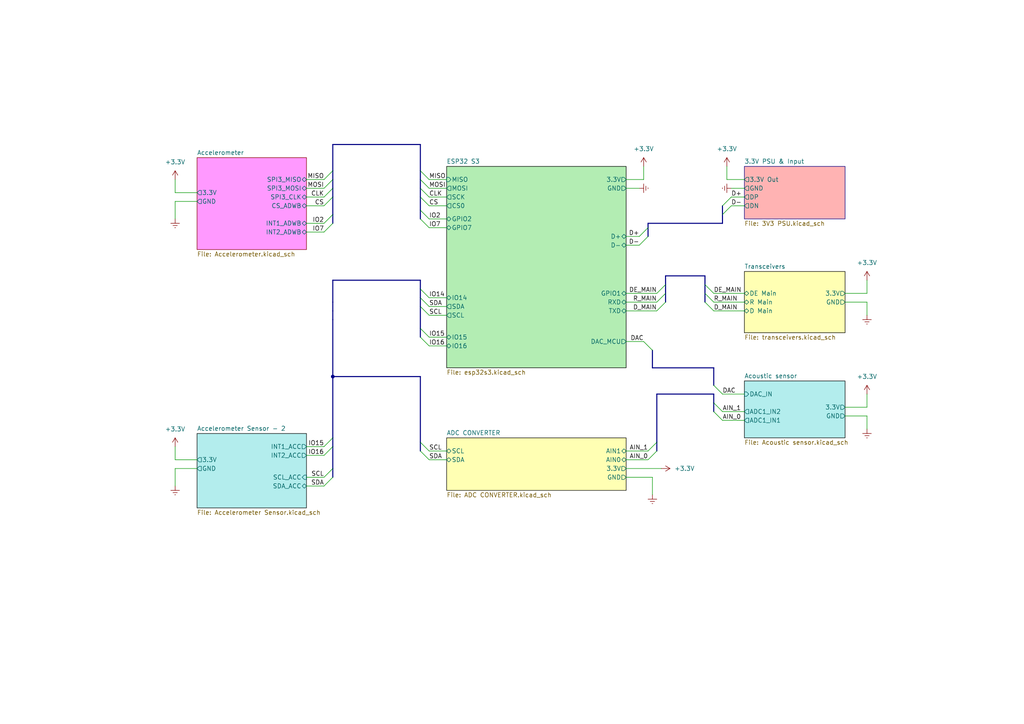
<source format=kicad_sch>
(kicad_sch (version 20230121) (generator eeschema)
  (paper "A4")
  (title_block (title "Accelerometer Sensor") (date "2023-07-02") (rev "02") (company "Electronial") (comment 1 "Designed by Electronial") (comment 2 "https://danielismail.com/  ") (comment 3 "Property of NOVOAI[FIVERR]") (comment 4 "@Copyright & Reserved "))
  (lib_symbols
    (symbol "power:+3.3V" (power) (pin_names (offset 0))
      (property "Value" "+3.3V" (at 0 3.556 0))
      (symbol "+3.3V_0_1"
        (polyline (pts (xy -0.762 1.27) (xy 0 2.54)))
        (polyline (pts (xy 0 0) (xy 0 2.54)))
        (polyline (pts (xy 0 2.54) (xy 0.762 1.27)))
      )
      (symbol "+3.3V_1_1"
        (pin power_in line (at 0 0 90) (length 0) hide (name "+3.3V") (number "1"))
      )
    )
    (symbol "power:Earth" (power) (pin_names (offset 0))
      (symbol "Earth_0_1"
        (polyline (pts (xy -0.635 -1.905) (xy 0.635 -1.905)))
        (polyline (pts (xy -0.127 -2.54) (xy 0.127 -2.54)))
        (polyline (pts (xy 0 -1.27) (xy 0 0)))
        (polyline (pts (xy 1.27 -1.27) (xy -1.27 -1.27)))
      )
      (symbol "Earth_1_1"
        (pin power_in line (at 0 0 270) (length 0) hide (name "Earth") (number "1"))
      )
    )
  )
  (junction (at 96.52 109.22))
  (bus_entry (at 93.98 67.31) (size 2.54 -2.54))
  (bus_entry (at 185.42 71.12) (size 2.54 -2.54))
  (bus_entry (at 185.42 68.58) (size 2.54 -2.54))
  (bus_entry (at 93.98 52.07) (size 2.54 -2.54))
  (bus_entry (at 207.01 90.17) (size -2.54 -2.54))
  (bus_entry (at 121.92 60.96) (size 2.54 2.54))
  (bus_entry (at 187.96 130.81) (size 2.54 -2.54))
  (bus_entry (at 93.98 140.97) (size 2.54 -2.54))
  (bus_entry (at 187.96 133.35) (size 2.54 -2.54))
  (bus_entry (at 121.92 95.25) (size 2.54 2.54))
  (bus_entry (at 186.69 99.06) (size 2.54 2.54))
  (bus_entry (at 190.5 87.63) (size 2.54 -2.54))
  (bus_entry (at 124.46 88.9) (size -2.54 -2.54))
  (bus_entry (at 124.46 59.69) (size -2.54 -2.54))
  (bus_entry (at 121.92 63.5) (size 2.54 2.54))
  (bus_entry (at 124.46 86.36) (size -2.54 -2.54))
  (bus_entry (at 207.01 111.76) (size 2.54 2.54))
  (bus_entry (at 93.98 54.61) (size 2.54 -2.54))
  (bus_entry (at 93.98 59.69) (size 2.54 -2.54))
  (bus_entry (at 209.55 59.69) (size 2.54 -2.54))
  (bus_entry (at 190.5 85.09) (size 2.54 -2.54))
  (bus_entry (at 190.5 90.17) (size 2.54 -2.54))
  (bus_entry (at 124.46 57.15) (size -2.54 -2.54))
  (bus_entry (at 93.98 138.43) (size 2.54 -2.54))
  (bus_entry (at 121.92 128.27) (size 2.54 2.54))
  (bus_entry (at 207.01 119.38) (size 2.54 2.54))
  (bus_entry (at 121.92 130.81) (size 2.54 2.54))
  (bus_entry (at 121.92 97.79) (size 2.54 2.54))
  (bus_entry (at 93.98 132.08) (size 2.54 -2.54))
  (bus_entry (at 207.01 85.09) (size -2.54 -2.54))
  (bus_entry (at 93.98 129.54) (size 2.54 -2.54))
  (bus_entry (at 124.46 91.44) (size -2.54 -2.54))
  (bus_entry (at 124.46 54.61) (size -2.54 -2.54))
  (bus_entry (at 124.46 52.07) (size -2.54 -2.54))
  (bus_entry (at 209.55 62.23) (size 2.54 -2.54))
  (bus_entry (at 93.98 57.15) (size 2.54 -2.54))
  (bus_entry (at 207.01 87.63) (size -2.54 -2.54))
  (bus_entry (at 93.98 64.77) (size 2.54 -2.54))
  (bus_entry (at 207.01 116.84) (size 2.54 2.54))
  (wire (pts (xy 212.09 57.15) (xy 215.9 57.15)))
  (bus (pts (xy 121.92 86.36) (xy 121.92 83.82)))
  (wire (pts (xy 181.61 85.09) (xy 190.5 85.09)))
  (bus (pts (xy 121.92 109.22) (xy 96.52 109.22)))
  (wire (pts (xy 124.46 133.35) (xy 129.54 133.35)))
  (bus (pts (xy 121.92 41.91) (xy 96.52 41.91)))
  (wire (pts (xy 129.54 66.04) (xy 124.46 66.04)))
  (wire (pts (xy 50.8 58.42) (xy 50.8 63.5)))
  (wire (pts (xy 181.61 54.61) (xy 185.42 54.61)))
  (bus (pts (xy 209.55 62.23) (xy 209.55 64.77)))
  (bus (pts (xy 121.92 95.25) (xy 121.92 97.79)))
  (bus (pts (xy 204.47 87.63) (xy 204.47 85.09)))
  (wire (pts (xy 88.9 138.43) (xy 93.98 138.43)))
  (wire (pts (xy 251.46 114.3) (xy 251.46 118.11)))
  (bus (pts (xy 193.04 82.55) (xy 193.04 85.09)))
  (wire (pts (xy 186.69 52.07) (xy 181.61 52.07)))
  (wire (pts (xy 210.82 48.26) (xy 210.82 52.07)))
  (bus (pts (xy 190.5 114.3) (xy 190.5 128.27)))
  (wire (pts (xy 50.8 52.07) (xy 50.8 55.88)))
  (bus (pts (xy 121.92 52.07) (xy 121.92 49.53)))
  (bus (pts (xy 96.52 127) (xy 96.52 129.54)))
  (bus (pts (xy 193.04 85.09) (xy 193.04 87.63)))
  (wire (pts (xy 129.54 52.07) (xy 124.46 52.07)))
  (wire (pts (xy 124.46 88.9) (xy 129.54 88.9)))
  (wire (pts (xy 88.9 54.61) (xy 93.98 54.61)))
  (bus (pts (xy 96.52 90.17) (xy 96.52 92.71)))
  (wire (pts (xy 209.55 121.92) (xy 215.9 121.92)))
  (wire (pts (xy 207.01 85.09) (xy 215.9 85.09)))
  (wire (pts (xy 181.61 135.89) (xy 191.77 135.89)))
  (wire (pts (xy 88.9 132.08) (xy 93.98 132.08)))
  (bus (pts (xy 96.52 52.07) (xy 96.52 54.61)))
  (bus (pts (xy 96.52 109.22) (xy 96.52 127)))
  (wire (pts (xy 251.46 85.09) (xy 245.11 85.09)))
  (bus (pts (xy 204.47 82.55) (xy 204.47 80.01)))
  (wire (pts (xy 186.69 48.26) (xy 186.69 52.07)))
  (bus (pts (xy 121.92 81.28) (xy 96.52 81.28)))
  (wire (pts (xy 124.46 130.81) (xy 129.54 130.81)))
  (wire (pts (xy 212.09 54.61) (xy 215.9 54.61)))
  (wire (pts (xy 207.01 90.17) (xy 215.9 90.17)))
  (wire (pts (xy 209.55 114.3) (xy 215.9 114.3)))
  (wire (pts (xy 124.46 100.33) (xy 129.54 100.33)))
  (wire (pts (xy 124.46 86.36) (xy 129.54 86.36)))
  (bus (pts (xy 96.52 54.61) (xy 96.52 57.15)))
  (bus (pts (xy 121.92 128.27) (xy 121.92 130.81)))
  (bus (pts (xy 121.92 57.15) (xy 121.92 54.61)))
  (wire (pts (xy 50.8 55.88) (xy 57.15 55.88)))
  (wire (pts (xy 129.54 57.15) (xy 124.46 57.15)))
  (bus (pts (xy 121.92 88.9) (xy 121.92 86.36)))
  (wire (pts (xy 245.11 120.65) (xy 251.46 120.65)))
  (wire (pts (xy 212.09 59.69) (xy 215.9 59.69)))
  (bus (pts (xy 96.52 81.28) (xy 96.52 87.63)))
  (bus (pts (xy 96.52 62.23) (xy 96.52 64.77)))
  (wire (pts (xy 251.46 87.63) (xy 251.46 91.44)))
  (wire (pts (xy 209.55 119.38) (xy 215.9 119.38)))
  (bus (pts (xy 96.52 87.63) (xy 96.52 90.17)))
  (bus (pts (xy 96.52 49.53) (xy 96.52 52.07)))
  (bus (pts (xy 207.01 106.68) (xy 207.01 111.76)))
  (wire (pts (xy 88.9 57.15) (xy 93.98 57.15)))
  (bus (pts (xy 204.47 80.01) (xy 193.04 80.01)))
  (bus (pts (xy 204.47 85.09) (xy 204.47 82.55)))
  (wire (pts (xy 124.46 91.44) (xy 129.54 91.44)))
  (bus (pts (xy 190.5 128.27) (xy 190.5 130.81)))
  (wire (pts (xy 88.9 64.77) (xy 93.98 64.77)))
  (wire (pts (xy 88.9 52.07) (xy 93.98 52.07)))
  (wire (pts (xy 181.61 87.63) (xy 190.5 87.63)))
  (bus (pts (xy 121.92 54.61) (xy 121.92 52.07)))
  (wire (pts (xy 207.01 87.63) (xy 215.9 87.63)))
  (bus (pts (xy 121.92 60.96) (xy 121.92 63.5)))
  (bus (pts (xy 207.01 116.84) (xy 207.01 114.3)))
  (bus (pts (xy 189.23 101.6) (xy 189.23 106.68)))
  (bus (pts (xy 207.01 114.3) (xy 190.5 114.3)))
  (wire (pts (xy 88.9 129.54) (xy 93.98 129.54)))
  (wire (pts (xy 50.8 133.35) (xy 57.15 133.35)))
  (wire (pts (xy 181.61 99.06) (xy 186.69 99.06)))
  (wire (pts (xy 245.11 87.63) (xy 251.46 87.63)))
  (bus (pts (xy 121.92 49.53) (xy 121.92 41.91)))
  (bus (pts (xy 187.96 66.04) (xy 187.96 68.58)))
  (wire (pts (xy 57.15 135.89) (xy 50.8 135.89)))
  (bus (pts (xy 96.52 57.15) (xy 96.52 62.23)))
  (wire (pts (xy 181.61 138.43) (xy 189.23 138.43)))
  (wire (pts (xy 50.8 135.89) (xy 50.8 140.97)))
  (bus (pts (xy 121.92 83.82) (xy 121.92 81.28)))
  (bus (pts (xy 96.52 129.54) (xy 96.52 135.89)))
  (wire (pts (xy 251.46 120.65) (xy 251.46 124.46)))
  (wire (pts (xy 50.8 58.42) (xy 57.15 58.42)))
  (wire (pts (xy 129.54 54.61) (xy 124.46 54.61)))
  (wire (pts (xy 88.9 59.69) (xy 93.98 59.69)))
  (wire (pts (xy 181.61 130.81) (xy 187.96 130.81)))
  (bus (pts (xy 209.55 64.77) (xy 187.96 64.77)))
  (wire (pts (xy 88.9 67.31) (xy 93.98 67.31)))
  (bus (pts (xy 121.92 57.15) (xy 121.92 60.96)))
  (bus (pts (xy 96.52 135.89) (xy 96.52 138.43)))
  (wire (pts (xy 181.61 90.17) (xy 190.5 90.17)))
  (wire (pts (xy 129.54 63.5) (xy 124.46 63.5)))
  (bus (pts (xy 121.92 88.9) (xy 121.92 95.25)))
  (wire (pts (xy 185.42 71.12) (xy 181.61 71.12)))
  (bus (pts (xy 187.96 64.77) (xy 187.96 66.04)))
  (wire (pts (xy 88.9 140.97) (xy 93.98 140.97)))
  (wire (pts (xy 181.61 133.35) (xy 187.96 133.35)))
  (bus (pts (xy 193.04 80.01) (xy 193.04 82.55)))
  (bus (pts (xy 96.52 92.71) (xy 96.52 109.22)))
  (wire (pts (xy 129.54 59.69) (xy 124.46 59.69)))
  (wire (pts (xy 189.23 138.43) (xy 189.23 143.51)))
  (bus (pts (xy 207.01 119.38) (xy 207.01 116.84)))
  (wire (pts (xy 185.42 68.58) (xy 181.61 68.58)))
  (bus (pts (xy 121.92 109.22) (xy 121.92 128.27)))
  (bus (pts (xy 189.23 106.68) (xy 207.01 106.68)))
  (wire (pts (xy 251.46 118.11) (xy 245.11 118.11)))
  (wire (pts (xy 50.8 129.54) (xy 50.8 133.35)))
  (wire (pts (xy 124.46 97.79) (xy 129.54 97.79)))
  (wire (pts (xy 210.82 52.07) (xy 215.9 52.07)))
  (bus (pts (xy 96.52 41.91) (xy 96.52 49.53)))
  (wire (pts (xy 251.46 81.28) (xy 251.46 85.09)))
  (bus (pts (xy 209.55 59.69) (xy 209.55 62.23)))
  (label "CS" (at 124.46 59.69 0))
  (label "IO16" (at 93.98 132.08 180))
  (label "SDA" (at 93.98 140.97 180))
  (label "D-" (at 185.42 71.12 180))
  (label "IO7" (at 93.98 67.31 180))
  (label "D_MAIN" (at 190.5 90.17 180))
  (label "D+" (at 185.42 68.58 180))
  (label "DE_MAIN" (at 190.5 85.09 180))
  (label "AIN_1" (at 187.96 130.81 180))
  (label "R_MAIN" (at 190.5 87.63 180))
  (label "R_MAIN" (at 207.01 87.63 0))
  (label "AIN_0" (at 187.96 133.35 180))
  (label "SCL" (at 93.98 138.43 180))
  (label "SCL" (at 124.46 91.44 0))
  (label "MOSI" (at 124.46 54.61 0))
  (label "IO16" (at 124.46 100.33 0))
  (label "CLK" (at 93.98 57.15 180))
  (label "DAC" (at 186.69 99.06 180))
  (label "D_MAIN" (at 207.01 90.17 0))
  (label "MISO" (at 124.46 52.07 0))
  (label "IO7" (at 124.46 66.04 0))
  (label "MOSI" (at 93.98 54.61 180))
  (label "IO2" (at 93.98 64.77 180))
  (label "IO14" (at 124.46 86.36 0))
  (label "D+" (at 212.09 57.15 0))
  (label "CS" (at 93.98 59.69 180))
  (label "SDA" (at 124.46 88.9 0))
  (label "IO15" (at 93.98 129.54 180))
  (label "DE_MAIN" (at 207.01 85.09 0))
  (label "SCL" (at 124.46 130.81 0))
  (label "IO2" (at 124.46 63.5 0))
  (label "AIN_0" (at 209.55 121.92 0))
  (label "AIN_1" (at 209.55 119.38 0))
  (label "DAC" (at 209.55 114.3 0))
  (label "MISO" (at 93.98 52.07 180))
  (label "IO15" (at 124.46 97.79 0))
  (label "D-" (at 212.09 59.69 0))
  (label "CLK" (at 124.46 57.15 0))
  (label "SDA" (at 124.46 133.35 0))
  (symbol (lib_id "power:Earth") (at 50.8 63.5 0) (mirror y) (unit 1)
    (property "Reference" "#PWR022" (effects hide))
    (property "Value" "Earth" (effects hide))
  )
  (symbol (lib_id "power:+3.3V") (at 50.8 52.07 0) (unit 1)
    (property "Reference" "#PWR021" (effects hide))
    (property "Value" "+3.3V" (at 50.8 46.99 0))
  )
  (symbol (lib_id "power:Earth") (at 212.09 54.61 270) (unit 1)
    (property "Reference" "#PWR0106" (effects hide))
    (property "Value" "Earth" (effects hide))
  )
  (symbol (lib_id "power:+3.3V") (at 186.69 48.26 0) (unit 1)
    (property "Reference" "#PWR01" (effects hide))
    (property "Value" "+3.3V" (at 186.69 43.18 0))
  )
  (symbol (lib_id "power:Earth") (at 185.42 54.61 90) (unit 1)
    (property "Reference" "#PWR0105" (effects hide))
    (property "Value" "Earth" (effects hide))
  )
  (symbol (lib_id "power:Earth") (at 251.46 124.46 0) (unit 1)
    (property "Reference" "#PWR0108" (effects hide))
    (property "Value" "Earth" (effects hide))
  )
  (symbol (lib_id "power:Earth") (at 50.8 140.97 0) (mirror y) (unit 1)
    (property "Reference" "#PWR0101" (effects hide))
    (property "Value" "Earth" (effects hide))
  )
  (symbol (lib_id "power:Earth") (at 251.46 91.44 0) (unit 1)
    (property "Reference" "#PWR0107" (effects hide))
    (property "Value" "Earth" (effects hide))
  )
  (symbol (lib_id "power:+3.3V") (at 251.46 114.3 0) (unit 1)
    (property "Reference" "#PWR07" (effects hide))
    (property "Value" "+3.3V" (at 251.46 109.22 0))
  )
  (symbol (lib_id "power:Earth") (at 189.23 143.51 0) (unit 1)
    (property "Reference" "#PWR0103" (effects hide))
    (property "Value" "Earth" (effects hide))
  )
  (symbol (lib_id "power:+3.3V") (at 210.82 48.26 0) (unit 1)
    (property "Reference" "#PWR02" (effects hide))
    (property "Value" "+3.3V" (at 210.82 43.18 0))
  )
  (symbol (lib_id "power:+3.3V") (at 191.77 135.89 270) (unit 1)
    (property "Reference" "#PWR06" (effects hide))
    (property "Value" "+3.3V" (at 195.58 135.89 90) (effects (justify left)))
  )
  (symbol (lib_id "power:+3.3V") (at 251.46 81.28 0) (unit 1)
    (property "Reference" "#PWR08" (effects hide))
    (property "Value" "+3.3V" (at 251.46 76.2 0))
  )
  (symbol (lib_id "power:+3.3V") (at 50.8 129.54 0) (unit 1)
    (property "Reference" "#PWR03" (effects hide))
    (property "Value" "+3.3V" (at 50.8 124.46 0))
  )
  (sheet (at 215.9 110.49) (size 29.21 16.51) (stroke (width 0.1524) (color 0 0 0 1)) (fill (color 0 194 194 0.3000))
    (property "Sheetname" "Acoustic sensor" (at 215.9 109.7784 0) (effects (justify left bottom)))
    (property "Sheetfile" "Acoustic sensor.kicad_sch" (at 215.9 127.5846 0) (effects (justify left top)))
    (pin "ADC1_IN1" output (at 215.9 121.92 180))
    (pin "ADC1_IN2" output (at 215.9 119.38 180))
    (pin "GND" output (at 245.11 120.65 0))
    (pin "3.3V" output (at 245.11 118.11 0))
    (pin "DAC_IN" input (at 215.9 114.3 180))
  )
  (sheet (at 215.9 48.26) (size 29.21 15.24) (stroke (width 0.1524) (color 0 0 132 1)) (fill (color 255 0 0 0.3000))
    (property "Sheetname" "3.3V PSU & Input" (at 215.9 47.5484 0) (effects (justify left bottom)))
    (property "Sheetfile" "3V3 PSU.kicad_sch" (at 215.9 64.0846 0) (effects (justify left top)))
    (pin "3.3V Out" output (at 215.9 52.07 180))
    (pin "GND" output (at 215.9 54.61 180))
    (pin "DP" output (at 215.9 57.15 180))
    (pin "DN" output (at 215.9 59.69 180))
  )
  (sheet (at 129.54 127) (size 52.07 15.24) (stroke (width 0.1524) (color 0 0 0 1)) (fill (color 255 255 0 0.3000))
    (property "Sheetname" "ADC CONVERTER" (at 129.54 126.2884 0) (effects (justify left bottom)))
    (property "Sheetfile" "ADC CONVERTER.kicad_sch" (at 129.54 142.8246 0) (effects (justify left top)))
    (pin "SCL" bidirectional (at 129.54 130.81 180))
    (pin "GND" output (at 181.61 138.43 0))
    (pin "3.3V" output (at 181.61 135.89 0))
    (pin "AIN0" bidirectional (at 181.61 133.35 0))
    (pin "SDA" bidirectional (at 129.54 133.35 180))
    (pin "AIN1" bidirectional (at 181.61 130.81 0))
  )
  (sheet (at 57.15 45.72) (size 31.75 26.67) (stroke (width 0.1524)) (fill (color 255 0 255 0.4000))
    (property "Sheetname" "Accelerometer" (at 57.15 45.0084 0) (effects (justify left bottom)))
    (property "Sheetfile" "Accelerometer.kicad_sch" (at 57.15 72.9746 0) (effects (justify left top)))
    (pin "INT2_ADWB" bidirectional (at 88.9 67.31 0))
    (pin "CS_ADWB" bidirectional (at 88.9 59.69 0))
    (pin "SPI3_CLK" bidirectional (at 88.9 57.15 0))
    (pin "SPI3_MOSI" bidirectional (at 88.9 54.61 0))
    (pin "SPI3_MISO" bidirectional (at 88.9 52.07 0))
    (pin "INT1_ADWB" bidirectional (at 88.9 64.77 0))
    (pin "3.3V" output (at 57.15 55.88 180))
    (pin "GND" output (at 57.15 58.42 180))
  )
  (sheet (at 57.15 125.73) (size 31.75 21.59) (stroke (width 0.1524) (color 0 0 0 1)) (fill (color 0 194 194 0.3000))
    (property "Sheetname" "Accelerometer Sensor - 2" (at 57.15 125.0184 0) (effects (justify left bottom)))
    (property "Sheetfile" "Accelerometer Sensor.kicad_sch" (at 57.15 147.9046 0) (effects (justify left top)))
    (pin "GND" output (at 57.15 135.89 180))
    (pin "3.3V" output (at 57.15 133.35 180))
    (pin "INT2_ACC" output (at 88.9 132.08 0))
    (pin "SDA_ACC" bidirectional (at 88.9 140.97 0))
    (pin "SCL_ACC" input (at 88.9 138.43 0))
    (pin "INT1_ACC" output (at 88.9 129.54 0))
  )
  (sheet (at 215.9 78.74) (size 29.21 17.78) (stroke (width 0.1524) (color 0 0 0 1)) (fill (color 255 255 0 0.3000))
    (property "Sheetname" "Transceivers" (at 215.9 78.0284 0) (effects (justify left bottom)))
    (property "Sheetfile" "transceivers.kicad_sch" (at 215.9 97.1046 0) (effects (justify left top)))
    (pin "DE Main" bidirectional (at 215.9 85.09 180))
    (pin "R Main" bidirectional (at 215.9 87.63 180))
    (pin "D Main" bidirectional (at 215.9 90.17 180))
    (pin "3.3V" output (at 245.11 85.09 0))
    (pin "GND" output (at 245.11 87.63 0))
  )
  (sheet (at 129.54 48.26) (size 52.07 58.42) (stroke (width 0.1524) (color 0 0 0 1)) (fill (color 0 194 0 0.3000))
    (property "Sheetname" "ESP32 S3" (at 129.54 47.5484 0) (effects (justify left bottom)))
    (property "Sheetfile" "esp32s3.kicad_sch" (at 129.54 107.2646 0) (effects (justify left top)))
    (pin "GND" output (at 181.61 54.61 0))
    (pin "3.3V" output (at 181.61 52.07 0))
    (pin "SDA" output (at 129.54 88.9 180))
    (pin "SCL" output (at 129.54 91.44 180))
    (pin "D-" bidirectional (at 181.61 71.12 0))
    (pin "D+" bidirectional (at 181.61 68.58 0))
    (pin "IO15" bidirectional (at 129.54 97.79 180))
    (pin "IO16" bidirectional (at 129.54 100.33 180))
    (pin "TXD" bidirectional (at 181.61 90.17 0))
    (pin "IO14" bidirectional (at 129.54 86.36 180))
    (pin "RXD" bidirectional (at 181.61 87.63 0))
    (pin "DAC_MCU" output (at 181.61 99.06 0))
    (pin "CS0" output (at 129.54 59.69 180))
    (pin "MOSI" output (at 129.54 54.61 180))
    (pin "SCK" output (at 129.54 57.15 180))
    (pin "MISO" input (at 129.54 52.07 180))
    (pin "GPIO1" bidirectional (at 181.61 85.09 0))
    (pin "GPIO2" bidirectional (at 129.54 63.5 180))
    (pin "GPIO7" bidirectional (at 129.54 66.04 180))
  )
)
</source>
